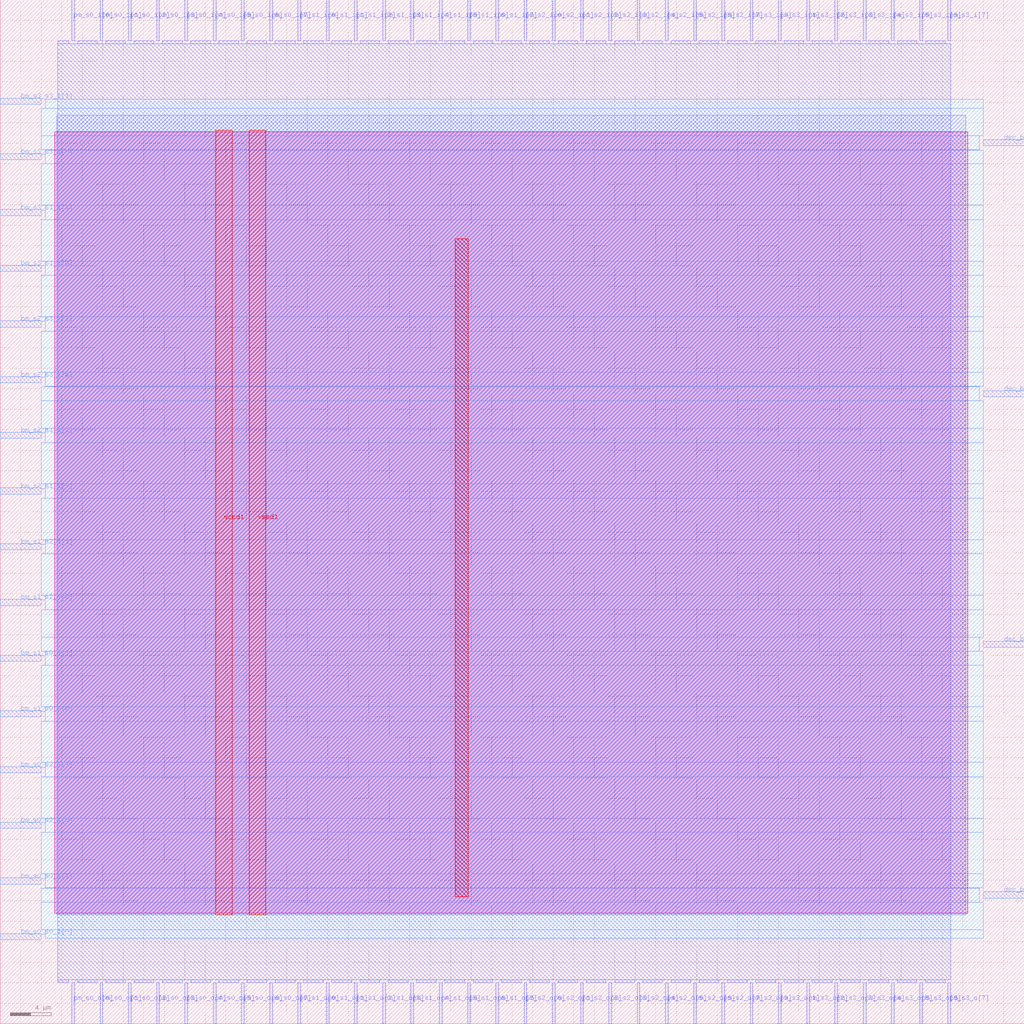
<source format=lef>
VERSION 5.7 ;
  NOWIREEXTENSIONATPIN ON ;
  DIVIDERCHAR "/" ;
  BUSBITCHARS "[]" ;
MACRO acsu
  CLASS BLOCK ;
  FOREIGN acsu ;
  ORIGIN 0.000 0.000 ;
  SIZE 100.000 BY 100.000 ;
  PIN bm_s0_s0_i[0]
    DIRECTION INPUT ;
    USE SIGNAL ;
    ANTENNAGATEAREA 0.631200 ;
    ANTENNADIFFAREA 0.434700 ;
    PORT
      LAYER met3 ;
        RECT 0.000 8.200 4.000 8.800 ;
    END
  END bm_s0_s0_i[0]
  PIN bm_s0_s0_i[1]
    DIRECTION INPUT ;
    USE SIGNAL ;
    ANTENNAGATEAREA 0.631200 ;
    ANTENNADIFFAREA 0.434700 ;
    PORT
      LAYER met3 ;
        RECT 0.000 13.640 4.000 14.240 ;
    END
  END bm_s0_s0_i[1]
  PIN bm_s0_s2_i[0]
    DIRECTION INPUT ;
    USE SIGNAL ;
    ANTENNAGATEAREA 0.631200 ;
    ANTENNADIFFAREA 0.434700 ;
    PORT
      LAYER met3 ;
        RECT 0.000 19.080 4.000 19.680 ;
    END
  END bm_s0_s2_i[0]
  PIN bm_s0_s2_i[1]
    DIRECTION INPUT ;
    USE SIGNAL ;
    ANTENNAGATEAREA 0.631200 ;
    ANTENNADIFFAREA 0.434700 ;
    PORT
      LAYER met3 ;
        RECT 0.000 24.520 4.000 25.120 ;
    END
  END bm_s0_s2_i[1]
  PIN bm_s1_s0_i[0]
    DIRECTION INPUT ;
    USE SIGNAL ;
    ANTENNAGATEAREA 0.631200 ;
    ANTENNADIFFAREA 0.434700 ;
    PORT
      LAYER met3 ;
        RECT 0.000 29.960 4.000 30.560 ;
    END
  END bm_s1_s0_i[0]
  PIN bm_s1_s0_i[1]
    DIRECTION INPUT ;
    USE SIGNAL ;
    ANTENNAGATEAREA 0.631200 ;
    ANTENNADIFFAREA 0.434700 ;
    PORT
      LAYER met3 ;
        RECT 0.000 35.400 4.000 36.000 ;
    END
  END bm_s1_s0_i[1]
  PIN bm_s1_s2_i[0]
    DIRECTION INPUT ;
    USE SIGNAL ;
    ANTENNAGATEAREA 0.560700 ;
    ANTENNADIFFAREA 0.434700 ;
    PORT
      LAYER met3 ;
        RECT 0.000 40.840 4.000 41.440 ;
    END
  END bm_s1_s2_i[0]
  PIN bm_s1_s2_i[1]
    DIRECTION INPUT ;
    USE SIGNAL ;
    ANTENNAGATEAREA 0.631200 ;
    ANTENNADIFFAREA 0.434700 ;
    PORT
      LAYER met3 ;
        RECT 0.000 46.280 4.000 46.880 ;
    END
  END bm_s1_s2_i[1]
  PIN bm_s2_s1_i[0]
    DIRECTION INPUT ;
    USE SIGNAL ;
    ANTENNAGATEAREA 0.631200 ;
    ANTENNADIFFAREA 0.434700 ;
    PORT
      LAYER met3 ;
        RECT 0.000 51.720 4.000 52.320 ;
    END
  END bm_s2_s1_i[0]
  PIN bm_s2_s1_i[1]
    DIRECTION INPUT ;
    USE SIGNAL ;
    ANTENNAGATEAREA 0.631200 ;
    ANTENNADIFFAREA 0.434700 ;
    PORT
      LAYER met3 ;
        RECT 0.000 57.160 4.000 57.760 ;
    END
  END bm_s2_s1_i[1]
  PIN bm_s2_s3_i[0]
    DIRECTION INPUT ;
    USE SIGNAL ;
    ANTENNAGATEAREA 0.631200 ;
    ANTENNADIFFAREA 0.434700 ;
    PORT
      LAYER met3 ;
        RECT 0.000 62.600 4.000 63.200 ;
    END
  END bm_s2_s3_i[0]
  PIN bm_s2_s3_i[1]
    DIRECTION INPUT ;
    USE SIGNAL ;
    ANTENNAGATEAREA 0.631200 ;
    ANTENNADIFFAREA 0.434700 ;
    PORT
      LAYER met3 ;
        RECT 0.000 68.040 4.000 68.640 ;
    END
  END bm_s2_s3_i[1]
  PIN bm_s3_s1_i[0]
    DIRECTION INPUT ;
    USE SIGNAL ;
    ANTENNAGATEAREA 0.631200 ;
    ANTENNADIFFAREA 0.434700 ;
    PORT
      LAYER met3 ;
        RECT 0.000 73.480 4.000 74.080 ;
    END
  END bm_s3_s1_i[0]
  PIN bm_s3_s1_i[1]
    DIRECTION INPUT ;
    USE SIGNAL ;
    ANTENNAGATEAREA 0.631200 ;
    ANTENNADIFFAREA 0.434700 ;
    PORT
      LAYER met3 ;
        RECT 0.000 78.920 4.000 79.520 ;
    END
  END bm_s3_s1_i[1]
  PIN bm_s3_s3_i[0]
    DIRECTION INPUT ;
    USE SIGNAL ;
    ANTENNAGATEAREA 0.631200 ;
    ANTENNADIFFAREA 0.434700 ;
    PORT
      LAYER met3 ;
        RECT 0.000 84.360 4.000 84.960 ;
    END
  END bm_s3_s3_i[0]
  PIN bm_s3_s3_i[1]
    DIRECTION INPUT ;
    USE SIGNAL ;
    ANTENNAGATEAREA 0.631200 ;
    ANTENNADIFFAREA 0.434700 ;
    PORT
      LAYER met3 ;
        RECT 0.000 89.800 4.000 90.400 ;
    END
  END bm_s3_s3_i[1]
  PIN dec_bits_o[0]
    DIRECTION OUTPUT ;
    USE SIGNAL ;
    ANTENNADIFFAREA 0.891000 ;
    PORT
      LAYER met3 ;
        RECT 96.000 12.280 100.000 12.880 ;
    END
  END dec_bits_o[0]
  PIN dec_bits_o[1]
    DIRECTION OUTPUT ;
    USE SIGNAL ;
    ANTENNADIFFAREA 0.891000 ;
    PORT
      LAYER met3 ;
        RECT 96.000 36.760 100.000 37.360 ;
    END
  END dec_bits_o[1]
  PIN dec_bits_o[2]
    DIRECTION OUTPUT ;
    USE SIGNAL ;
    ANTENNADIFFAREA 0.891000 ;
    PORT
      LAYER met3 ;
        RECT 96.000 61.240 100.000 61.840 ;
    END
  END dec_bits_o[2]
  PIN dec_bits_o[3]
    DIRECTION OUTPUT ;
    USE SIGNAL ;
    ANTENNADIFFAREA 0.891000 ;
    PORT
      LAYER met3 ;
        RECT 96.000 85.720 100.000 86.320 ;
    END
  END dec_bits_o[3]
  PIN pm_s0_i[0]
    DIRECTION INPUT ;
    USE SIGNAL ;
    ANTENNAGATEAREA 0.631200 ;
    ANTENNADIFFAREA 0.434700 ;
    PORT
      LAYER met2 ;
        RECT 6.990 96.000 7.270 100.000 ;
    END
  END pm_s0_i[0]
  PIN pm_s0_i[1]
    DIRECTION INPUT ;
    USE SIGNAL ;
    ANTENNAGATEAREA 0.647700 ;
    ANTENNADIFFAREA 0.434700 ;
    PORT
      LAYER met2 ;
        RECT 9.750 96.000 10.030 100.000 ;
    END
  END pm_s0_i[1]
  PIN pm_s0_i[2]
    DIRECTION INPUT ;
    USE SIGNAL ;
    ANTENNAGATEAREA 0.631200 ;
    ANTENNADIFFAREA 0.434700 ;
    PORT
      LAYER met2 ;
        RECT 12.510 96.000 12.790 100.000 ;
    END
  END pm_s0_i[2]
  PIN pm_s0_i[3]
    DIRECTION INPUT ;
    USE SIGNAL ;
    ANTENNAGATEAREA 0.631200 ;
    ANTENNADIFFAREA 0.434700 ;
    PORT
      LAYER met2 ;
        RECT 15.270 96.000 15.550 100.000 ;
    END
  END pm_s0_i[3]
  PIN pm_s0_i[4]
    DIRECTION INPUT ;
    USE SIGNAL ;
    ANTENNAGATEAREA 0.647700 ;
    ANTENNADIFFAREA 0.434700 ;
    PORT
      LAYER met2 ;
        RECT 18.030 96.000 18.310 100.000 ;
    END
  END pm_s0_i[4]
  PIN pm_s0_i[5]
    DIRECTION INPUT ;
    USE SIGNAL ;
    ANTENNAGATEAREA 0.647700 ;
    ANTENNADIFFAREA 0.434700 ;
    PORT
      LAYER met2 ;
        RECT 20.790 96.000 21.070 100.000 ;
    END
  END pm_s0_i[5]
  PIN pm_s0_i[6]
    DIRECTION INPUT ;
    USE SIGNAL ;
    ANTENNAGATEAREA 0.631200 ;
    ANTENNADIFFAREA 0.434700 ;
    PORT
      LAYER met2 ;
        RECT 23.550 96.000 23.830 100.000 ;
    END
  END pm_s0_i[6]
  PIN pm_s0_i[7]
    DIRECTION INPUT ;
    USE SIGNAL ;
    ANTENNAGATEAREA 0.631200 ;
    ANTENNADIFFAREA 0.434700 ;
    PORT
      LAYER met2 ;
        RECT 26.310 96.000 26.590 100.000 ;
    END
  END pm_s0_i[7]
  PIN pm_s0_o[0]
    DIRECTION OUTPUT ;
    USE SIGNAL ;
    ANTENNADIFFAREA 0.891000 ;
    PORT
      LAYER met2 ;
        RECT 6.990 0.000 7.270 4.000 ;
    END
  END pm_s0_o[0]
  PIN pm_s0_o[1]
    DIRECTION OUTPUT ;
    USE SIGNAL ;
    ANTENNADIFFAREA 0.891000 ;
    PORT
      LAYER met2 ;
        RECT 9.750 0.000 10.030 4.000 ;
    END
  END pm_s0_o[1]
  PIN pm_s0_o[2]
    DIRECTION OUTPUT ;
    USE SIGNAL ;
    ANTENNADIFFAREA 0.891000 ;
    PORT
      LAYER met2 ;
        RECT 12.510 0.000 12.790 4.000 ;
    END
  END pm_s0_o[2]
  PIN pm_s0_o[3]
    DIRECTION OUTPUT ;
    USE SIGNAL ;
    ANTENNADIFFAREA 0.891000 ;
    PORT
      LAYER met2 ;
        RECT 15.270 0.000 15.550 4.000 ;
    END
  END pm_s0_o[3]
  PIN pm_s0_o[4]
    DIRECTION OUTPUT ;
    USE SIGNAL ;
    ANTENNADIFFAREA 0.891000 ;
    PORT
      LAYER met2 ;
        RECT 18.030 0.000 18.310 4.000 ;
    END
  END pm_s0_o[4]
  PIN pm_s0_o[5]
    DIRECTION OUTPUT ;
    USE SIGNAL ;
    ANTENNADIFFAREA 0.891000 ;
    PORT
      LAYER met2 ;
        RECT 20.790 0.000 21.070 4.000 ;
    END
  END pm_s0_o[5]
  PIN pm_s0_o[6]
    DIRECTION OUTPUT ;
    USE SIGNAL ;
    ANTENNADIFFAREA 0.891000 ;
    PORT
      LAYER met2 ;
        RECT 23.550 0.000 23.830 4.000 ;
    END
  END pm_s0_o[6]
  PIN pm_s0_o[7]
    DIRECTION OUTPUT ;
    USE SIGNAL ;
    ANTENNADIFFAREA 0.891000 ;
    PORT
      LAYER met2 ;
        RECT 26.310 0.000 26.590 4.000 ;
    END
  END pm_s0_o[7]
  PIN pm_s1_i[0]
    DIRECTION INPUT ;
    USE SIGNAL ;
    ANTENNAGATEAREA 0.647700 ;
    ANTENNADIFFAREA 0.434700 ;
    PORT
      LAYER met2 ;
        RECT 29.070 96.000 29.350 100.000 ;
    END
  END pm_s1_i[0]
  PIN pm_s1_i[1]
    DIRECTION INPUT ;
    USE SIGNAL ;
    ANTENNAGATEAREA 0.647700 ;
    ANTENNADIFFAREA 0.434700 ;
    PORT
      LAYER met2 ;
        RECT 31.830 96.000 32.110 100.000 ;
    END
  END pm_s1_i[1]
  PIN pm_s1_i[2]
    DIRECTION INPUT ;
    USE SIGNAL ;
    ANTENNAGATEAREA 0.631200 ;
    ANTENNADIFFAREA 0.434700 ;
    PORT
      LAYER met2 ;
        RECT 34.590 96.000 34.870 100.000 ;
    END
  END pm_s1_i[2]
  PIN pm_s1_i[3]
    DIRECTION INPUT ;
    USE SIGNAL ;
    ANTENNAGATEAREA 0.631200 ;
    ANTENNADIFFAREA 0.434700 ;
    PORT
      LAYER met2 ;
        RECT 37.350 96.000 37.630 100.000 ;
    END
  END pm_s1_i[3]
  PIN pm_s1_i[4]
    DIRECTION INPUT ;
    USE SIGNAL ;
    ANTENNAGATEAREA 0.647700 ;
    ANTENNADIFFAREA 0.434700 ;
    PORT
      LAYER met2 ;
        RECT 40.110 96.000 40.390 100.000 ;
    END
  END pm_s1_i[4]
  PIN pm_s1_i[5]
    DIRECTION INPUT ;
    USE SIGNAL ;
    ANTENNAGATEAREA 0.631200 ;
    ANTENNADIFFAREA 0.434700 ;
    PORT
      LAYER met2 ;
        RECT 42.870 96.000 43.150 100.000 ;
    END
  END pm_s1_i[5]
  PIN pm_s1_i[6]
    DIRECTION INPUT ;
    USE SIGNAL ;
    ANTENNAGATEAREA 0.631200 ;
    ANTENNADIFFAREA 0.434700 ;
    PORT
      LAYER met2 ;
        RECT 45.630 96.000 45.910 100.000 ;
    END
  END pm_s1_i[6]
  PIN pm_s1_i[7]
    DIRECTION INPUT ;
    USE SIGNAL ;
    ANTENNAGATEAREA 0.631200 ;
    ANTENNADIFFAREA 0.434700 ;
    PORT
      LAYER met2 ;
        RECT 48.390 96.000 48.670 100.000 ;
    END
  END pm_s1_i[7]
  PIN pm_s1_o[0]
    DIRECTION OUTPUT ;
    USE SIGNAL ;
    ANTENNADIFFAREA 0.891000 ;
    PORT
      LAYER met2 ;
        RECT 29.070 0.000 29.350 4.000 ;
    END
  END pm_s1_o[0]
  PIN pm_s1_o[1]
    DIRECTION OUTPUT ;
    USE SIGNAL ;
    ANTENNADIFFAREA 0.891000 ;
    PORT
      LAYER met2 ;
        RECT 31.830 0.000 32.110 4.000 ;
    END
  END pm_s1_o[1]
  PIN pm_s1_o[2]
    DIRECTION OUTPUT ;
    USE SIGNAL ;
    ANTENNADIFFAREA 0.891000 ;
    PORT
      LAYER met2 ;
        RECT 34.590 0.000 34.870 4.000 ;
    END
  END pm_s1_o[2]
  PIN pm_s1_o[3]
    DIRECTION OUTPUT ;
    USE SIGNAL ;
    ANTENNADIFFAREA 0.891000 ;
    PORT
      LAYER met2 ;
        RECT 37.350 0.000 37.630 4.000 ;
    END
  END pm_s1_o[3]
  PIN pm_s1_o[4]
    DIRECTION OUTPUT ;
    USE SIGNAL ;
    ANTENNADIFFAREA 0.891000 ;
    PORT
      LAYER met2 ;
        RECT 40.110 0.000 40.390 4.000 ;
    END
  END pm_s1_o[4]
  PIN pm_s1_o[5]
    DIRECTION OUTPUT ;
    USE SIGNAL ;
    ANTENNADIFFAREA 0.891000 ;
    PORT
      LAYER met2 ;
        RECT 42.870 0.000 43.150 4.000 ;
    END
  END pm_s1_o[5]
  PIN pm_s1_o[6]
    DIRECTION OUTPUT ;
    USE SIGNAL ;
    ANTENNADIFFAREA 0.891000 ;
    PORT
      LAYER met2 ;
        RECT 45.630 0.000 45.910 4.000 ;
    END
  END pm_s1_o[6]
  PIN pm_s1_o[7]
    DIRECTION OUTPUT ;
    USE SIGNAL ;
    ANTENNADIFFAREA 0.891000 ;
    PORT
      LAYER met2 ;
        RECT 48.390 0.000 48.670 4.000 ;
    END
  END pm_s1_o[7]
  PIN pm_s2_i[0]
    DIRECTION INPUT ;
    USE SIGNAL ;
    ANTENNAGATEAREA 0.647700 ;
    ANTENNADIFFAREA 0.434700 ;
    PORT
      LAYER met2 ;
        RECT 51.150 96.000 51.430 100.000 ;
    END
  END pm_s2_i[0]
  PIN pm_s2_i[1]
    DIRECTION INPUT ;
    USE SIGNAL ;
    ANTENNAGATEAREA 0.560700 ;
    ANTENNADIFFAREA 0.434700 ;
    PORT
      LAYER met2 ;
        RECT 53.910 96.000 54.190 100.000 ;
    END
  END pm_s2_i[1]
  PIN pm_s2_i[2]
    DIRECTION INPUT ;
    USE SIGNAL ;
    ANTENNAGATEAREA 0.631200 ;
    ANTENNADIFFAREA 0.434700 ;
    PORT
      LAYER met2 ;
        RECT 56.670 96.000 56.950 100.000 ;
    END
  END pm_s2_i[2]
  PIN pm_s2_i[3]
    DIRECTION INPUT ;
    USE SIGNAL ;
    ANTENNAGATEAREA 0.631200 ;
    ANTENNADIFFAREA 0.434700 ;
    PORT
      LAYER met2 ;
        RECT 59.430 96.000 59.710 100.000 ;
    END
  END pm_s2_i[3]
  PIN pm_s2_i[4]
    DIRECTION INPUT ;
    USE SIGNAL ;
    ANTENNAGATEAREA 0.560700 ;
    ANTENNADIFFAREA 0.434700 ;
    PORT
      LAYER met2 ;
        RECT 62.190 96.000 62.470 100.000 ;
    END
  END pm_s2_i[4]
  PIN pm_s2_i[5]
    DIRECTION INPUT ;
    USE SIGNAL ;
    ANTENNAGATEAREA 0.631200 ;
    ANTENNADIFFAREA 0.434700 ;
    PORT
      LAYER met2 ;
        RECT 64.950 96.000 65.230 100.000 ;
    END
  END pm_s2_i[5]
  PIN pm_s2_i[6]
    DIRECTION INPUT ;
    USE SIGNAL ;
    ANTENNAGATEAREA 0.631200 ;
    ANTENNADIFFAREA 0.434700 ;
    PORT
      LAYER met2 ;
        RECT 67.710 96.000 67.990 100.000 ;
    END
  END pm_s2_i[6]
  PIN pm_s2_i[7]
    DIRECTION INPUT ;
    USE SIGNAL ;
    ANTENNAGATEAREA 0.560700 ;
    ANTENNADIFFAREA 0.434700 ;
    PORT
      LAYER met2 ;
        RECT 70.470 96.000 70.750 100.000 ;
    END
  END pm_s2_i[7]
  PIN pm_s2_o[0]
    DIRECTION OUTPUT ;
    USE SIGNAL ;
    ANTENNADIFFAREA 0.891000 ;
    PORT
      LAYER met2 ;
        RECT 51.150 0.000 51.430 4.000 ;
    END
  END pm_s2_o[0]
  PIN pm_s2_o[1]
    DIRECTION OUTPUT ;
    USE SIGNAL ;
    ANTENNADIFFAREA 0.891000 ;
    PORT
      LAYER met2 ;
        RECT 53.910 0.000 54.190 4.000 ;
    END
  END pm_s2_o[1]
  PIN pm_s2_o[2]
    DIRECTION OUTPUT ;
    USE SIGNAL ;
    ANTENNADIFFAREA 0.891000 ;
    PORT
      LAYER met2 ;
        RECT 56.670 0.000 56.950 4.000 ;
    END
  END pm_s2_o[2]
  PIN pm_s2_o[3]
    DIRECTION OUTPUT ;
    USE SIGNAL ;
    ANTENNADIFFAREA 0.891000 ;
    PORT
      LAYER met2 ;
        RECT 59.430 0.000 59.710 4.000 ;
    END
  END pm_s2_o[3]
  PIN pm_s2_o[4]
    DIRECTION OUTPUT ;
    USE SIGNAL ;
    ANTENNADIFFAREA 0.891000 ;
    PORT
      LAYER met2 ;
        RECT 62.190 0.000 62.470 4.000 ;
    END
  END pm_s2_o[4]
  PIN pm_s2_o[5]
    DIRECTION OUTPUT ;
    USE SIGNAL ;
    ANTENNADIFFAREA 0.891000 ;
    PORT
      LAYER met2 ;
        RECT 64.950 0.000 65.230 4.000 ;
    END
  END pm_s2_o[5]
  PIN pm_s2_o[6]
    DIRECTION OUTPUT ;
    USE SIGNAL ;
    ANTENNADIFFAREA 0.891000 ;
    PORT
      LAYER met2 ;
        RECT 67.710 0.000 67.990 4.000 ;
    END
  END pm_s2_o[6]
  PIN pm_s2_o[7]
    DIRECTION OUTPUT ;
    USE SIGNAL ;
    ANTENNADIFFAREA 0.891000 ;
    PORT
      LAYER met2 ;
        RECT 70.470 0.000 70.750 4.000 ;
    END
  END pm_s2_o[7]
  PIN pm_s3_i[0]
    DIRECTION INPUT ;
    USE SIGNAL ;
    ANTENNAGATEAREA 0.647700 ;
    ANTENNADIFFAREA 0.434700 ;
    PORT
      LAYER met2 ;
        RECT 73.230 96.000 73.510 100.000 ;
    END
  END pm_s3_i[0]
  PIN pm_s3_i[1]
    DIRECTION INPUT ;
    USE SIGNAL ;
    ANTENNAGATEAREA 0.593700 ;
    ANTENNADIFFAREA 0.434700 ;
    PORT
      LAYER met2 ;
        RECT 75.990 96.000 76.270 100.000 ;
    END
  END pm_s3_i[1]
  PIN pm_s3_i[2]
    DIRECTION INPUT ;
    USE SIGNAL ;
    ANTENNAGATEAREA 0.631200 ;
    ANTENNADIFFAREA 0.434700 ;
    PORT
      LAYER met2 ;
        RECT 78.750 96.000 79.030 100.000 ;
    END
  END pm_s3_i[2]
  PIN pm_s3_i[3]
    DIRECTION INPUT ;
    USE SIGNAL ;
    ANTENNAGATEAREA 0.631200 ;
    ANTENNADIFFAREA 0.434700 ;
    PORT
      LAYER met2 ;
        RECT 81.510 96.000 81.790 100.000 ;
    END
  END pm_s3_i[3]
  PIN pm_s3_i[4]
    DIRECTION INPUT ;
    USE SIGNAL ;
    ANTENNAGATEAREA 0.647700 ;
    ANTENNADIFFAREA 0.434700 ;
    PORT
      LAYER met2 ;
        RECT 84.270 96.000 84.550 100.000 ;
    END
  END pm_s3_i[4]
  PIN pm_s3_i[5]
    DIRECTION INPUT ;
    USE SIGNAL ;
    ANTENNAGATEAREA 0.631200 ;
    ANTENNADIFFAREA 0.434700 ;
    PORT
      LAYER met2 ;
        RECT 87.030 96.000 87.310 100.000 ;
    END
  END pm_s3_i[5]
  PIN pm_s3_i[6]
    DIRECTION INPUT ;
    USE SIGNAL ;
    ANTENNAGATEAREA 0.631200 ;
    ANTENNADIFFAREA 0.434700 ;
    PORT
      LAYER met2 ;
        RECT 89.790 96.000 90.070 100.000 ;
    END
  END pm_s3_i[6]
  PIN pm_s3_i[7]
    DIRECTION INPUT ;
    USE SIGNAL ;
    ANTENNAGATEAREA 0.560700 ;
    ANTENNADIFFAREA 0.434700 ;
    PORT
      LAYER met2 ;
        RECT 92.550 96.000 92.830 100.000 ;
    END
  END pm_s3_i[7]
  PIN pm_s3_o[0]
    DIRECTION OUTPUT ;
    USE SIGNAL ;
    ANTENNADIFFAREA 0.891000 ;
    PORT
      LAYER met2 ;
        RECT 73.230 0.000 73.510 4.000 ;
    END
  END pm_s3_o[0]
  PIN pm_s3_o[1]
    DIRECTION OUTPUT ;
    USE SIGNAL ;
    ANTENNADIFFAREA 0.891000 ;
    PORT
      LAYER met2 ;
        RECT 75.990 0.000 76.270 4.000 ;
    END
  END pm_s3_o[1]
  PIN pm_s3_o[2]
    DIRECTION OUTPUT ;
    USE SIGNAL ;
    ANTENNADIFFAREA 0.891000 ;
    PORT
      LAYER met2 ;
        RECT 78.750 0.000 79.030 4.000 ;
    END
  END pm_s3_o[2]
  PIN pm_s3_o[3]
    DIRECTION OUTPUT ;
    USE SIGNAL ;
    ANTENNADIFFAREA 0.891000 ;
    PORT
      LAYER met2 ;
        RECT 81.510 0.000 81.790 4.000 ;
    END
  END pm_s3_o[3]
  PIN pm_s3_o[4]
    DIRECTION OUTPUT ;
    USE SIGNAL ;
    ANTENNADIFFAREA 0.891000 ;
    PORT
      LAYER met2 ;
        RECT 84.270 0.000 84.550 4.000 ;
    END
  END pm_s3_o[4]
  PIN pm_s3_o[5]
    DIRECTION OUTPUT ;
    USE SIGNAL ;
    ANTENNADIFFAREA 0.891000 ;
    PORT
      LAYER met2 ;
        RECT 87.030 0.000 87.310 4.000 ;
    END
  END pm_s3_o[5]
  PIN pm_s3_o[6]
    DIRECTION OUTPUT ;
    USE SIGNAL ;
    ANTENNADIFFAREA 0.891000 ;
    PORT
      LAYER met2 ;
        RECT 89.790 0.000 90.070 4.000 ;
    END
  END pm_s3_o[6]
  PIN pm_s3_o[7]
    DIRECTION OUTPUT ;
    USE SIGNAL ;
    ANTENNADIFFAREA 0.891000 ;
    PORT
      LAYER met2 ;
        RECT 92.550 0.000 92.830 4.000 ;
    END
  END pm_s3_o[7]
  PIN vccd1
    DIRECTION INOUT ;
    USE POWER ;
    PORT
      LAYER met4 ;
        RECT 21.040 10.640 22.640 87.280 ;
    END
  END vccd1
  PIN vssd1
    DIRECTION INOUT ;
    USE GROUND ;
    PORT
      LAYER met4 ;
        RECT 24.340 10.640 25.940 87.280 ;
    END
  END vssd1
  OBS
      LAYER nwell ;
        RECT 5.330 10.795 94.490 87.125 ;
      LAYER li1 ;
        RECT 5.520 10.795 94.300 87.125 ;
      LAYER met1 ;
        RECT 5.520 10.640 94.300 88.700 ;
      LAYER met2 ;
        RECT 5.610 95.720 6.710 96.000 ;
        RECT 7.550 95.720 9.470 96.000 ;
        RECT 10.310 95.720 12.230 96.000 ;
        RECT 13.070 95.720 14.990 96.000 ;
        RECT 15.830 95.720 17.750 96.000 ;
        RECT 18.590 95.720 20.510 96.000 ;
        RECT 21.350 95.720 23.270 96.000 ;
        RECT 24.110 95.720 26.030 96.000 ;
        RECT 26.870 95.720 28.790 96.000 ;
        RECT 29.630 95.720 31.550 96.000 ;
        RECT 32.390 95.720 34.310 96.000 ;
        RECT 35.150 95.720 37.070 96.000 ;
        RECT 37.910 95.720 39.830 96.000 ;
        RECT 40.670 95.720 42.590 96.000 ;
        RECT 43.430 95.720 45.350 96.000 ;
        RECT 46.190 95.720 48.110 96.000 ;
        RECT 48.950 95.720 50.870 96.000 ;
        RECT 51.710 95.720 53.630 96.000 ;
        RECT 54.470 95.720 56.390 96.000 ;
        RECT 57.230 95.720 59.150 96.000 ;
        RECT 59.990 95.720 61.910 96.000 ;
        RECT 62.750 95.720 64.670 96.000 ;
        RECT 65.510 95.720 67.430 96.000 ;
        RECT 68.270 95.720 70.190 96.000 ;
        RECT 71.030 95.720 72.950 96.000 ;
        RECT 73.790 95.720 75.710 96.000 ;
        RECT 76.550 95.720 78.470 96.000 ;
        RECT 79.310 95.720 81.230 96.000 ;
        RECT 82.070 95.720 83.990 96.000 ;
        RECT 84.830 95.720 86.750 96.000 ;
        RECT 87.590 95.720 89.510 96.000 ;
        RECT 90.350 95.720 92.270 96.000 ;
        RECT 5.610 4.280 92.820 95.720 ;
        RECT 5.610 4.000 6.710 4.280 ;
        RECT 7.550 4.000 9.470 4.280 ;
        RECT 10.310 4.000 12.230 4.280 ;
        RECT 13.070 4.000 14.990 4.280 ;
        RECT 15.830 4.000 17.750 4.280 ;
        RECT 18.590 4.000 20.510 4.280 ;
        RECT 21.350 4.000 23.270 4.280 ;
        RECT 24.110 4.000 26.030 4.280 ;
        RECT 26.870 4.000 28.790 4.280 ;
        RECT 29.630 4.000 31.550 4.280 ;
        RECT 32.390 4.000 34.310 4.280 ;
        RECT 35.150 4.000 37.070 4.280 ;
        RECT 37.910 4.000 39.830 4.280 ;
        RECT 40.670 4.000 42.590 4.280 ;
        RECT 43.430 4.000 45.350 4.280 ;
        RECT 46.190 4.000 48.110 4.280 ;
        RECT 48.950 4.000 50.870 4.280 ;
        RECT 51.710 4.000 53.630 4.280 ;
        RECT 54.470 4.000 56.390 4.280 ;
        RECT 57.230 4.000 59.150 4.280 ;
        RECT 59.990 4.000 61.910 4.280 ;
        RECT 62.750 4.000 64.670 4.280 ;
        RECT 65.510 4.000 67.430 4.280 ;
        RECT 68.270 4.000 70.190 4.280 ;
        RECT 71.030 4.000 72.950 4.280 ;
        RECT 73.790 4.000 75.710 4.280 ;
        RECT 76.550 4.000 78.470 4.280 ;
        RECT 79.310 4.000 81.230 4.280 ;
        RECT 82.070 4.000 83.990 4.280 ;
        RECT 84.830 4.000 86.750 4.280 ;
        RECT 87.590 4.000 89.510 4.280 ;
        RECT 90.350 4.000 92.270 4.280 ;
      LAYER met3 ;
        RECT 4.400 89.400 96.000 90.265 ;
        RECT 4.000 86.720 96.000 89.400 ;
        RECT 4.000 85.360 95.600 86.720 ;
        RECT 4.400 85.320 95.600 85.360 ;
        RECT 4.400 83.960 96.000 85.320 ;
        RECT 4.000 79.920 96.000 83.960 ;
        RECT 4.400 78.520 96.000 79.920 ;
        RECT 4.000 74.480 96.000 78.520 ;
        RECT 4.400 73.080 96.000 74.480 ;
        RECT 4.000 69.040 96.000 73.080 ;
        RECT 4.400 67.640 96.000 69.040 ;
        RECT 4.000 63.600 96.000 67.640 ;
        RECT 4.400 62.240 96.000 63.600 ;
        RECT 4.400 62.200 95.600 62.240 ;
        RECT 4.000 60.840 95.600 62.200 ;
        RECT 4.000 58.160 96.000 60.840 ;
        RECT 4.400 56.760 96.000 58.160 ;
        RECT 4.000 52.720 96.000 56.760 ;
        RECT 4.400 51.320 96.000 52.720 ;
        RECT 4.000 47.280 96.000 51.320 ;
        RECT 4.400 45.880 96.000 47.280 ;
        RECT 4.000 41.840 96.000 45.880 ;
        RECT 4.400 40.440 96.000 41.840 ;
        RECT 4.000 37.760 96.000 40.440 ;
        RECT 4.000 36.400 95.600 37.760 ;
        RECT 4.400 36.360 95.600 36.400 ;
        RECT 4.400 35.000 96.000 36.360 ;
        RECT 4.000 30.960 96.000 35.000 ;
        RECT 4.400 29.560 96.000 30.960 ;
        RECT 4.000 25.520 96.000 29.560 ;
        RECT 4.400 24.120 96.000 25.520 ;
        RECT 4.000 20.080 96.000 24.120 ;
        RECT 4.400 18.680 96.000 20.080 ;
        RECT 4.000 14.640 96.000 18.680 ;
        RECT 4.400 13.280 96.000 14.640 ;
        RECT 4.400 13.240 95.600 13.280 ;
        RECT 4.000 11.880 95.600 13.240 ;
        RECT 4.000 9.200 96.000 11.880 ;
        RECT 4.400 8.335 96.000 9.200 ;
      LAYER met4 ;
        RECT 44.455 12.415 45.705 76.665 ;
  END
END acsu
END LIBRARY


</source>
